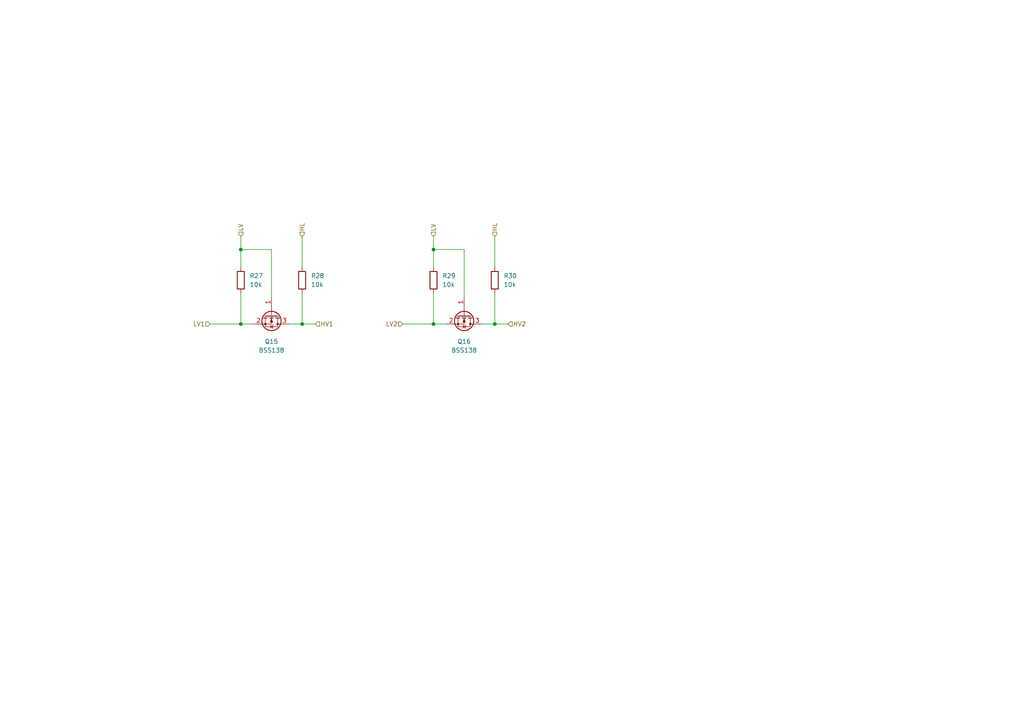
<source format=kicad_sch>
(kicad_sch (version 20211123) (generator eeschema)
  (paper "A4")
  (lib_symbols
    (symbol "Device:R" (pin_numbers hide) (pin_names (offset 0))
      (property "Reference" "R" (at 2.032 0 90))
      (property "Value" "R" (at 0 0 90))
      (symbol "R_0_1"
        (rectangle (start -1.016 -2.54) (end 1.016 2.54) (stroke (width 0.254)))
      )
      (symbol "R_1_1"
        (pin passive line (at 0 3.81 270) (length 1.27) (name "~") (number "1"))
        (pin passive line (at 0 -3.81 90) (length 1.27) (name "~") (number "2"))
      )
    )
    (symbol "Transistor_FET:BSS138" (pin_names hide)
      (property "Reference" "Q" (at 5.08 1.905 0))
      (property "Value" "BSS138" (at 5.08 0 0))
      (symbol "BSS138_0_1"
        (polyline (pts (xy 0.254 0) (xy -2.54 0)))
        (polyline (pts (xy 0.254 1.905) (xy 0.254 -1.905)) (stroke (width 0.254)))
        (polyline (pts (xy 0.762 -1.27) (xy 0.762 -2.286)) (stroke (width 0.254)))
        (polyline (pts (xy 0.762 0.508) (xy 0.762 -0.508)) (stroke (width 0.254)))
        (polyline (pts (xy 0.762 2.286) (xy 0.762 1.27)) (stroke (width 0.254)))
        (polyline (pts (xy 2.54 2.54) (xy 2.54 1.778)))
        (polyline (pts (xy 2.54 -2.54) (xy 2.54 0) (xy 0.762 0)))
        (polyline (pts (xy 0.762 -1.778) (xy 3.302 -1.778) (xy 3.302 1.778) (xy 0.762 1.778)))
        (polyline (pts (xy 1.016 0) (xy 2.032 0.381) (xy 2.032 -0.381) (xy 1.016 0)) (fill (type outline)))
        (polyline (pts (xy 2.794 0.508) (xy 2.921 0.381) (xy 3.683 0.381) (xy 3.81 0.254)))
        (polyline (pts (xy 3.302 0.381) (xy 2.921 -0.254) (xy 3.683 -0.254) (xy 3.302 0.381)))
        (circle (center 1.651 0) (radius 2.794) (stroke (width 0.254)))
        (circle (center 2.54 -1.778) (radius 0.254) (fill (type outline)))
        (circle (center 2.54 1.778) (radius 0.254) (fill (type outline)))
      )
      (symbol "BSS138_1_1"
        (pin input line (at -5.08 0 0) (length 2.54) (name "G") (number "1"))
        (pin passive line (at 2.54 -5.08 90) (length 2.54) (name "S") (number "2"))
        (pin passive line (at 2.54 5.08 270) (length 2.54) (name "D") (number "3"))
      )
    )
  )
  (junction (at 69.85 93.98))
  (junction (at 143.51 93.98))
  (junction (at 125.73 93.98))
  (junction (at 87.63 93.98))
  (junction (at 69.85 72.39))
  (junction (at 125.73 72.39))
  (wire (pts (xy 116.84 93.98) (xy 125.73 93.98)))
  (wire (pts (xy 60.96 93.98) (xy 69.85 93.98)))
  (wire (pts (xy 69.85 72.39) (xy 69.85 77.47)))
  (wire (pts (xy 125.73 68.58) (xy 125.73 72.39)))
  (wire (pts (xy 143.51 68.58) (xy 143.51 77.47)))
  (wire (pts (xy 139.7 93.98) (xy 143.51 93.98)))
  (wire (pts (xy 125.73 85.09) (xy 125.73 93.98)))
  (wire (pts (xy 78.74 72.39) (xy 69.85 72.39)))
  (wire (pts (xy 134.62 86.36) (xy 134.62 72.39)))
  (wire (pts (xy 78.74 86.36) (xy 78.74 72.39)))
  (wire (pts (xy 83.82 93.98) (xy 87.63 93.98)))
  (wire (pts (xy 87.63 85.09) (xy 87.63 93.98)))
  (wire (pts (xy 73.66 93.98) (xy 69.85 93.98)))
  (wire (pts (xy 87.63 68.58) (xy 87.63 77.47)))
  (wire (pts (xy 125.73 72.39) (xy 125.73 77.47)))
  (wire (pts (xy 134.62 72.39) (xy 125.73 72.39)))
  (wire (pts (xy 143.51 93.98) (xy 147.32 93.98)))
  (wire (pts (xy 129.54 93.98) (xy 125.73 93.98)))
  (wire (pts (xy 69.85 85.09) (xy 69.85 93.98)))
  (wire (pts (xy 87.63 93.98) (xy 91.44 93.98)))
  (wire (pts (xy 143.51 85.09) (xy 143.51 93.98)))
  (wire (pts (xy 69.85 68.58) (xy 69.85 72.39)))
  (hierarchical_label "HV2" (shape input) (at 147.32 93.98 0))
  (hierarchical_label "LV1" (shape input) (at 60.96 93.98 180))
  (hierarchical_label "HV1" (shape input) (at 91.44 93.98 0))
  (hierarchical_label "HL" (shape input) (at 143.51 68.58 90))
  (hierarchical_label "LV2" (shape input) (at 116.84 93.98 180))
  (hierarchical_label "HL" (shape input) (at 87.63 68.58 90))
  (hierarchical_label "LV" (shape input) (at 125.73 68.58 90))
  (hierarchical_label "LV" (shape input) (at 69.85 68.58 90))
  (symbol (lib_id "Device:R") (at 87.63 81.28 0) (unit 1)
    (property "Reference" "R28" (at 90.17 80.0099 0) (effects (justify left)))
    (property "Value" "10k" (at 90.17 82.5499 0) (effects (justify left)))
    (property "Footprint" "Resistor_SMD:R_0603_1608Metric_Pad0.98x0.95mm_HandSolder" (effects hide))
  )
  (symbol (lib_id "Device:R") (at 143.51 81.28 0) (unit 1)
    (property "Reference" "R30" (at 146.05 80.0099 0) (effects (justify left)))
    (property "Value" "10k" (at 146.05 82.5499 0) (effects (justify left)))
    (property "Footprint" "Resistor_SMD:R_0603_1608Metric_Pad0.98x0.95mm_HandSolder" (effects hide))
  )
  (symbol (lib_id "Device:R") (at 125.73 81.28 0) (unit 1)
    (property "Reference" "R29" (at 128.27 80.0099 0) (effects (justify left)))
    (property "Value" "10k" (at 128.27 82.5499 0) (effects (justify left)))
    (property "Footprint" "Resistor_SMD:R_0603_1608Metric_Pad0.98x0.95mm_HandSolder" (effects hide))
  )
  (symbol (lib_id "Transistor_FET:BSS138") (at 78.74 91.44 270) (unit 1)
    (property "Reference" "Q15" (at 78.74 99.06 90))
    (property "Value" "BSS138" (at 78.74 101.6 90))
    (property "Footprint" "Package_TO_SOT_SMD:SOT-23" (effects hide))
    (property "Datasheet" "https://www.onsemi.com/pub/Collateral/BSS138-D.PDF" (effects hide))
  )
  (symbol (lib_id "Transistor_FET:BSS138") (at 134.62 91.44 270) (unit 1)
    (property "Reference" "Q16" (at 134.62 99.06 90))
    (property "Value" "BSS138" (at 134.62 101.6 90))
    (property "Footprint" "Package_TO_SOT_SMD:SOT-23" (effects hide))
    (property "Datasheet" "https://www.onsemi.com/pub/Collateral/BSS138-D.PDF" (effects hide))
  )
  (symbol (lib_id "Device:R") (at 69.85 81.28 0) (unit 1)
    (property "Reference" "R27" (at 72.39 80.0099 0) (effects (justify left)))
    (property "Value" "10k" (at 72.39 82.5499 0) (effects (justify left)))
    (property "Footprint" "Resistor_SMD:R_0603_1608Metric_Pad0.98x0.95mm_HandSolder" (effects hide))
  )
)
</source>
